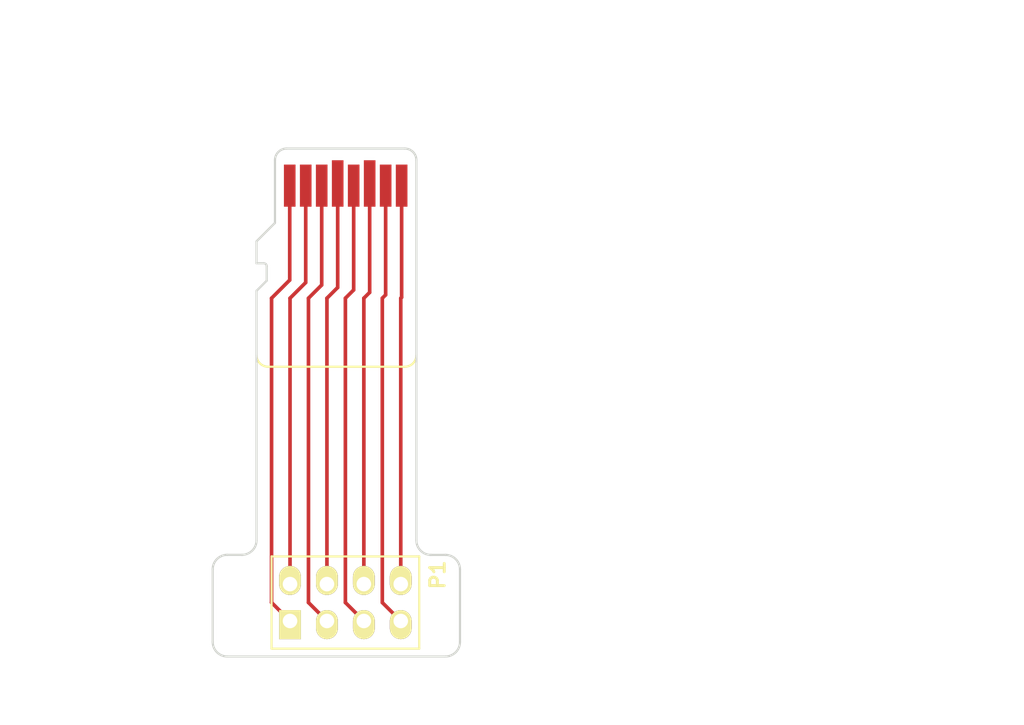
<source format=kicad_pcb>
(kicad_pcb (version 4) (host pcbnew 4.0.2-stable)

  (general
    (links 8)
    (no_connects 0)
    (area 127.000001 79.65 197.825001 131.700001)
    (thickness 1.6)
    (drawings 38)
    (tracks 28)
    (zones 0)
    (modules 2)
    (nets 9)
  )

  (page A4)
  (title_block
    (title "Micro SD card adapter")
    (date 2016-02-26)
    (rev 1)
    (company SRPOL)
    (comment 1 "Author: Adam Malinowski <a.malinowsk2@partner.samsung.com>")
    (comment 2 "Copyright (c) 2016 Samsung Electronics Co., Ltd All Rights Reserved")
  )

  (layers
    (0 F.Cu signal)
    (31 B.Cu signal)
    (32 B.Adhes user)
    (33 F.Adhes user)
    (34 B.Paste user)
    (35 F.Paste user)
    (36 B.SilkS user)
    (37 F.SilkS user)
    (38 B.Mask user)
    (39 F.Mask user)
    (40 Dwgs.User user)
    (41 Cmts.User user)
    (42 Eco1.User user)
    (43 Eco2.User user)
    (44 Edge.Cuts user)
    (45 Margin user)
    (46 B.CrtYd user)
    (47 F.CrtYd user)
    (48 B.Fab user)
    (49 F.Fab user)
  )

  (setup
    (last_trace_width 0.25)
    (trace_clearance 0.1524)
    (zone_clearance 0.508)
    (zone_45_only no)
    (trace_min 0.1524)
    (segment_width 0.15)
    (edge_width 0.15)
    (via_size 0.6)
    (via_drill 0.4)
    (via_min_size 0.4)
    (via_min_drill 0.3)
    (uvia_size 0.3)
    (uvia_drill 0.1)
    (uvias_allowed no)
    (uvia_min_size 0.2)
    (uvia_min_drill 0.1)
    (pcb_text_width 0.3)
    (pcb_text_size 1.5 1.5)
    (mod_edge_width 0.15)
    (mod_text_size 1 1)
    (mod_text_width 0.15)
    (pad_size 0.8 2.9)
    (pad_drill 0)
    (pad_to_mask_clearance 0.2)
    (aux_axis_origin 0 0)
    (visible_elements FFFFFF7F)
    (pcbplotparams
      (layerselection 0x010f0_80000001)
      (usegerberextensions true)
      (excludeedgelayer true)
      (linewidth 0.200000)
      (plotframeref false)
      (viasonmask false)
      (mode 1)
      (useauxorigin false)
      (hpglpennumber 1)
      (hpglpenspeed 20)
      (hpglpendiameter 15)
      (hpglpenoverlay 2)
      (psnegative false)
      (psa4output false)
      (plotreference true)
      (plotvalue true)
      (plotinvisibletext false)
      (padsonsilk false)
      (subtractmaskfromsilk false)
      (outputformat 1)
      (mirror false)
      (drillshape 0)
      (scaleselection 1)
      (outputdirectory ../../../../../../Desktop/Testing/))
  )

  (net 0 "")
  (net 1 /N8)
  (net 2 /N7)
  (net 3 /N6)
  (net 4 /N5)
  (net 5 /N4)
  (net 6 /N3)
  (net 7 /N2)
  (net 8 /N1)

  (net_class Default "This is the default net class."
    (clearance 0.1524)
    (trace_width 0.25)
    (via_dia 0.6)
    (via_drill 0.4)
    (uvia_dia 0.3)
    (uvia_drill 0.1)
    (add_net /N1)
    (add_net /N2)
    (add_net /N3)
    (add_net /N4)
    (add_net /N5)
    (add_net /N6)
    (add_net /N7)
    (add_net /N8)
  )

  (module connectors:PSB_IDC_4x2 (layer F.Cu) (tedit 57681E36) (tstamp 57681FCA)
    (at 151.13 121.285)
    (descr "PINS Box 4x2 2.54")
    (tags "CONN DEV")
    (path /561E0431)
    (fp_text reference P1 (at 6.35 -1.905 90) (layer F.SilkS)
      (effects (font (size 1 1) (thickness 0.2032)))
    )
    (fp_text value CONN_02X04 (at 0 4.445) (layer F.SilkS) hide
      (effects (font (size 1 1) (thickness 0.2032)))
    )
    (fp_line (start -5.08 -3.175) (end 5.08 -3.175) (layer F.SilkS) (width 0.15))
    (fp_line (start 5.08 -3.175) (end 5.08 3.175) (layer F.SilkS) (width 0.15))
    (fp_line (start 5.08 3.175) (end -5.08 3.175) (layer F.SilkS) (width 0.15))
    (fp_line (start -5.08 3.175) (end -5.08 -3.175) (layer F.SilkS) (width 0.15))
    (pad 8 thru_hole oval (at 3.81 -1.27) (size 1.5 2) (drill 1 (offset 0 -0.25)) (layers *.Cu *.Mask F.SilkS)
      (net 1 /N8))
    (pad 7 thru_hole oval (at 3.81 1.27) (size 1.5 2) (drill 1 (offset 0 0.25)) (layers *.Cu *.Mask F.SilkS)
      (net 2 /N7))
    (pad 1 thru_hole rect (at -3.81 1.27) (size 1.5 2) (drill 1 (offset 0 0.25)) (layers *.Cu *.Mask F.SilkS)
      (net 8 /N1))
    (pad 2 thru_hole oval (at -3.81 -1.27) (size 1.5 2) (drill 1 (offset 0 -0.25)) (layers *.Cu *.Mask F.SilkS)
      (net 7 /N2))
    (pad 3 thru_hole oval (at -1.27 1.27) (size 1.5 2) (drill 1 (offset 0 0.25)) (layers *.Cu *.Mask F.SilkS)
      (net 6 /N3))
    (pad 4 thru_hole oval (at -1.27 -1.27) (size 1.5 2) (drill 1 (offset 0 -0.25)) (layers *.Cu *.Mask F.SilkS)
      (net 5 /N4))
    (pad 5 thru_hole oval (at 1.27 1.27) (size 1.5 2) (drill 1 (offset 0 0.25)) (layers *.Cu *.Mask F.SilkS)
      (net 4 /N5))
    (pad 6 thru_hole oval (at 1.27 -1.27) (size 1.5 2) (drill 1 (offset 0 -0.25)) (layers *.Cu *.Mask F.SilkS)
      (net 3 /N6))
  )

  (module connectors:usd (layer F.Cu) (tedit 561E0908) (tstamp 561EEEF7)
    (at 147.3 92.58)
    (path /561E06AA)
    (fp_text reference J1 (at 3.79 2.35) (layer F.SilkS) hide
      (effects (font (size 1 1) (thickness 0.15)))
    )
    (fp_text value usd-plug (at 3.64 -2.55) (layer F.Fab) hide
      (effects (font (size 1 1) (thickness 0.15)))
    )
    (pad 8 smd rect (at 7.7 0) (size 0.8 2.9) (layers F.Cu F.Paste F.Mask)
      (net 1 /N8))
    (pad 7 smd rect (at 6.6 0) (size 0.8 2.9) (layers F.Cu F.Paste F.Mask)
      (net 2 /N7))
    (pad 6 smd rect (at 5.5 -0.15) (size 0.8 3.2) (layers F.Cu F.Paste F.Mask)
      (net 3 /N6))
    (pad 5 smd rect (at 4.4 0) (size 0.8 2.9) (layers F.Cu F.Paste F.Mask)
      (net 4 /N5))
    (pad 4 smd rect (at 3.3 -0.15) (size 0.8 3.2) (layers F.Cu F.Paste F.Mask)
      (net 5 /N4))
    (pad 3 smd rect (at 2.2 0) (size 0.8 2.9) (layers F.Cu F.Paste F.Mask)
      (net 6 /N3))
    (pad 2 smd rect (at 1.1 0) (size 0.8 2.9) (layers F.Cu F.Paste F.Mask)
      (net 7 /N2))
    (pad 1 smd rect (at 0 0) (size 0.8 2.9) (layers F.Cu F.Paste F.Mask)
      (net 8 /N1))
  )

  (gr_line (start 144.015 118) (end 143 118) (angle 90) (layer Edge.Cuts) (width 0.15))
  (gr_line (start 157.015 118.005) (end 158.025 118.005) (angle 90) (layer Edge.Cuts) (width 0.15))
  (gr_arc (start 143 124) (end 143 125) (angle 90) (layer Edge.Cuts) (width 0.15))
  (gr_arc (start 143 119) (end 142 119) (angle 90) (layer Edge.Cuts) (width 0.15))
  (gr_arc (start 158.015 124) (end 159.015 124) (angle 90) (layer Edge.Cuts) (width 0.15))
  (gr_arc (start 158.015 119.005) (end 158.015 118.005) (angle 90) (layer Edge.Cuts) (width 0.15))
  (gr_arc (start 157.015 117.005) (end 157.015 118.005) (angle 90) (layer Edge.Cuts) (width 0.15))
  (gr_line (start 158.015 125) (end 143 125) (angle 90) (layer Edge.Cuts) (width 0.15))
  (gr_line (start 159.015 119.005) (end 159.015 124) (angle 90) (layer Edge.Cuts) (width 0.15))
  (gr_line (start 142 119) (end 142 124) (angle 90) (layer Edge.Cuts) (width 0.15))
  (gr_arc (start 144.015 117) (end 145.015 117) (angle 90) (layer Edge.Cuts) (width 0.15))
  (dimension 17 (width 0.3) (layer Dwgs.User)
    (gr_text "17.000 mm" (at 150.5 130.35) (layer Dwgs.User)
      (effects (font (size 1.5 1.5) (thickness 0.3)))
    )
    (feature1 (pts (xy 159 127) (xy 159 131.7)))
    (feature2 (pts (xy 142 127) (xy 142 131.7)))
    (crossbar (pts (xy 142 129) (xy 159 129)))
    (arrow1a (pts (xy 159 129) (xy 157.873496 129.586421)))
    (arrow1b (pts (xy 159 129) (xy 157.873496 128.413579)))
    (arrow2a (pts (xy 142 129) (xy 143.126504 129.586421)))
    (arrow2b (pts (xy 142 129) (xy 143.126504 128.413579)))
  )
  (dimension 35 (width 0.3) (layer Dwgs.User)
    (gr_text "35.000 mm" (at 133.65 107.5 270) (layer Dwgs.User)
      (effects (font (size 1.5 1.5) (thickness 0.3)))
    )
    (feature1 (pts (xy 147 125) (xy 132.3 125)))
    (feature2 (pts (xy 147 90) (xy 132.3 90)))
    (crossbar (pts (xy 135 90) (xy 135 125)))
    (arrow1a (pts (xy 135 125) (xy 134.413579 123.873496)))
    (arrow1b (pts (xy 135 125) (xy 135.586421 123.873496)))
    (arrow2a (pts (xy 135 90) (xy 134.413579 91.126504)))
    (arrow2b (pts (xy 135 90) (xy 135.586421 91.126504)))
  )
  (gr_line (start 156.4 89.95) (end 157.3 89.6) (layer Cmts.User) (width 0.15))
  (gr_line (start 156.4 89.95) (end 156.75 89.05) (layer Cmts.User) (width 0.15))
  (gr_text "2. Contacts coppered with gold" (at 179.55 83.4) (layer Cmts.User)
    (effects (font (size 1.5 1.5) (thickness 0.1)))
  )
  (gr_line (start 161.65 84.6) (end 197.75 84.6) (layer Cmts.User) (width 0.15))
  (gr_line (start 156.4 89.95) (end 161.65 84.6) (layer Cmts.User) (width 0.15))
  (gr_line (start 156.75 89.55) (end 145.75 89.55) (layer Cmts.User) (width 0.15))
  (gr_line (start 156.75 94.55) (end 156.75 89.55) (layer Cmts.User) (width 0.15))
  (gr_line (start 145.75 94.55) (end 156.75 94.55) (layer Cmts.User) (width 0.15))
  (gr_line (start 145.75 89.55) (end 145.75 94.55) (layer Cmts.User) (width 0.15))
  (gr_text "1. Board thickness: 0.8mm" (at 176.95 80.85) (layer Cmts.User)
    (effects (font (size 1.5 1.5) (thickness 0.1)))
  )
  (gr_line (start 145.82 105.05) (end 155.215 105.05) (angle 90) (layer F.SilkS) (width 0.15) (tstamp 561EF05F))
  (gr_arc (start 145.815 104.25) (end 145.815 105.05) (angle 90) (layer F.SilkS) (width 0.15) (tstamp 561EF059))
  (gr_arc (start 155.215 104.25) (end 156.015 104.25) (angle 90) (layer F.SilkS) (width 0.15) (tstamp 561EF051))
  (gr_arc (start 145.515 98.125) (end 145.715 98.125) (angle -90) (layer Edge.Cuts) (width 0.15))
  (gr_line (start 146.285 95.145) (end 146.285 90.825) (angle 90) (layer Edge.Cuts) (width 0.15))
  (gr_line (start 145.715 99.125) (end 145.015 99.825) (angle 90) (layer Edge.Cuts) (width 0.15))
  (gr_line (start 145.715 98.125) (end 145.715 99.125) (angle 90) (layer Edge.Cuts) (width 0.15))
  (gr_line (start 145.015 97.925) (end 145.515 97.925) (angle 90) (layer Edge.Cuts) (width 0.15))
  (gr_line (start 145.015 96.425) (end 145.015 97.925) (angle 90) (layer Edge.Cuts) (width 0.15))
  (gr_line (start 146.285 95.145) (end 145.015 96.415) (angle 90) (layer Edge.Cuts) (width 0.15))
  (gr_arc (start 147.085 90.825) (end 147.085 90.025) (angle -90) (layer Edge.Cuts) (width 0.15))
  (gr_arc (start 155.215 90.825) (end 156.015 90.815) (angle -90) (layer Edge.Cuts) (width 0.15))
  (gr_line (start 156.015 117) (end 156.015 90.825) (angle 90) (layer Edge.Cuts) (width 0.15))
  (gr_line (start 145.015 99.825) (end 145.015 117) (angle 90) (layer Edge.Cuts) (width 0.15))
  (gr_line (start 155.215 90.025) (end 147.085 90.025) (angle 90) (layer Edge.Cuts) (width 0.15))

  (segment (start 155 92.58) (end 155 100.27) (width 0.25) (layer F.Cu) (net 1))
  (segment (start 154.94 100.33) (end 154.94 120.015) (width 0.25) (layer F.Cu) (net 1) (tstamp 5768218A) (status 20))
  (segment (start 155 100.27) (end 154.94 100.33) (width 0.25) (layer F.Cu) (net 1) (tstamp 57682189))
  (segment (start 153.9 92.58) (end 153.9 100.1) (width 0.25) (layer F.Cu) (net 2))
  (segment (start 153.67 121.285) (end 154.94 122.555) (width 0.25) (layer F.Cu) (net 2) (tstamp 576821D5))
  (segment (start 153.67 100.33) (end 153.67 121.285) (width 0.25) (layer F.Cu) (net 2) (tstamp 576821D4))
  (segment (start 153.9 100.1) (end 153.67 100.33) (width 0.25) (layer F.Cu) (net 2) (tstamp 576821D3))
  (segment (start 152.8 92.43) (end 152.8 99.93) (width 0.25) (layer F.Cu) (net 3))
  (segment (start 152.4 100.33) (end 152.4 120.015) (width 0.25) (layer F.Cu) (net 3) (tstamp 57648B59) (status 20))
  (segment (start 152.8 99.93) (end 152.4 100.33) (width 0.25) (layer F.Cu) (net 3) (tstamp 57648B57))
  (segment (start 151.7 92.58) (end 151.7 99.76) (width 0.25) (layer F.Cu) (net 4))
  (segment (start 151.13 121.285) (end 152.4 122.555) (width 0.25) (layer F.Cu) (net 4) (tstamp 576821DB))
  (segment (start 151.13 100.33) (end 151.13 121.285) (width 0.25) (layer F.Cu) (net 4) (tstamp 576821DA))
  (segment (start 151.7 99.76) (end 151.13 100.33) (width 0.25) (layer F.Cu) (net 4) (tstamp 576821D9))
  (segment (start 150.6 92.43) (end 150.6 99.59) (width 0.25) (layer F.Cu) (net 5))
  (segment (start 149.86 100.33) (end 149.86 120.015) (width 0.25) (layer F.Cu) (net 5) (tstamp 57648B6A) (status 20))
  (segment (start 150.6 99.59) (end 149.86 100.33) (width 0.25) (layer F.Cu) (net 5) (tstamp 57648B69))
  (segment (start 149.5 92.58) (end 149.5 99.42) (width 0.25) (layer F.Cu) (net 6))
  (segment (start 148.59 121.285) (end 149.86 122.555) (width 0.25) (layer F.Cu) (net 6) (tstamp 576821E1))
  (segment (start 148.59 100.33) (end 148.59 121.285) (width 0.25) (layer F.Cu) (net 6) (tstamp 576821E0))
  (segment (start 149.5 99.42) (end 148.59 100.33) (width 0.25) (layer F.Cu) (net 6) (tstamp 576821DF))
  (segment (start 148.4 92.58) (end 148.4 99.25) (width 0.25) (layer F.Cu) (net 7))
  (segment (start 147.32 100.33) (end 147.32 120.015) (width 0.25) (layer F.Cu) (net 7) (tstamp 57648B80) (status 20))
  (segment (start 148.4 99.25) (end 147.32 100.33) (width 0.25) (layer F.Cu) (net 7) (tstamp 57648B7C))
  (segment (start 147.3 92.58) (end 147.3 99.08) (width 0.25) (layer F.Cu) (net 8))
  (segment (start 146.05 121.285) (end 147.32 122.555) (width 0.25) (layer F.Cu) (net 8) (tstamp 576821E9))
  (segment (start 146.05 100.33) (end 146.05 121.285) (width 0.25) (layer F.Cu) (net 8) (tstamp 576821E7))
  (segment (start 147.3 99.08) (end 146.05 100.33) (width 0.25) (layer F.Cu) (net 8) (tstamp 576821E5))

)

</source>
